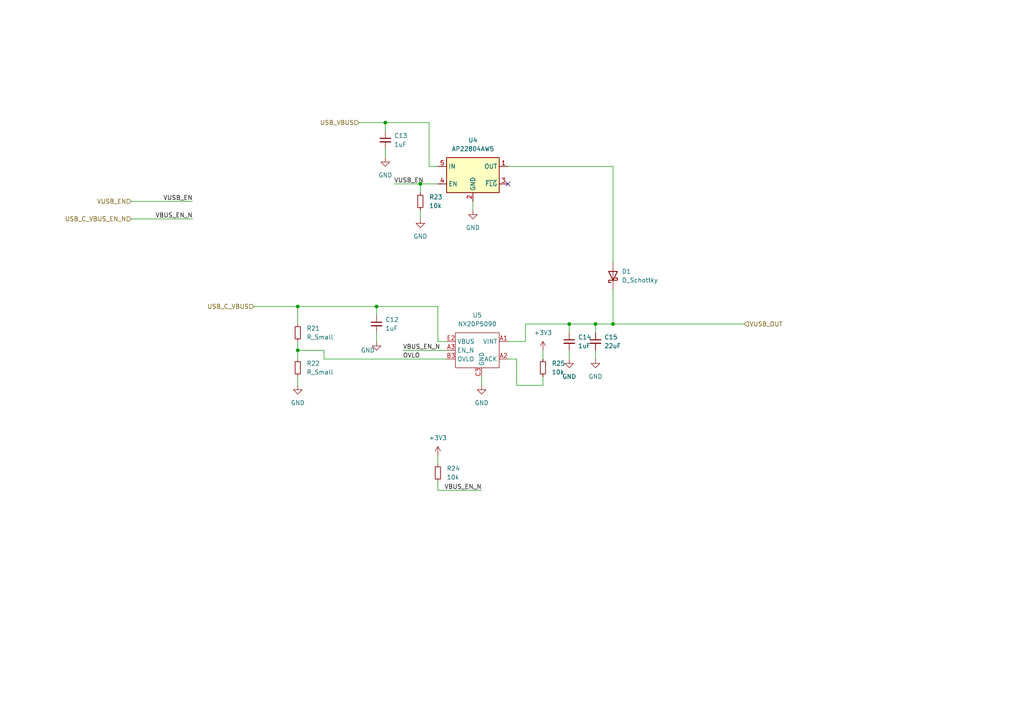
<source format=kicad_sch>
(kicad_sch (version 20210621) (generator eeschema)
  (paper "A4")
  (lib_symbols
    (symbol "Device:C_Small" (pin_numbers hide) (pin_names (offset 0.254) hide)
      (property "Reference" "C" (at 0.254 1.778 0))
      (property "Value" "C_Small" (at 0.254 -2.032 0))
      (symbol "C_Small_0_1"
        (polyline (pts (xy -1.524 -0.508) (xy 1.524 -0.508)) (stroke (width 0.3302)))
        (polyline (pts (xy -1.524 0.508) (xy 1.524 0.508)) (stroke (width 0.3048)))
      )
      (symbol "C_Small_1_1"
        (pin passive line (at 0 2.54 270) (length 2.032) (name "~") (number "1"))
        (pin passive line (at 0 -2.54 90) (length 2.032) (name "~") (number "2"))
      )
    )
    (symbol "Device:D_Schottky" (pin_numbers hide) (pin_names (offset 1.016) hide)
      (property "Reference" "D" (at 0 2.54 0))
      (property "Value" "D_Schottky" (at 0 -2.54 0))
      (symbol "D_Schottky_0_1"
        (polyline (pts (xy 1.27 0) (xy -1.27 0)))
        (polyline (pts (xy 1.27 1.27) (xy 1.27 -1.27) (xy -1.27 0) (xy 1.27 1.27)) (stroke (width 0.254)))
        (polyline (pts (xy -1.905 0.635) (xy -1.905 1.27) (xy -1.27 1.27) (xy -1.27 -1.27) (xy -0.635 -1.27) (xy -0.635 -0.635)) (stroke (width 0.254)))
      )
      (symbol "D_Schottky_1_1"
        (pin passive line (at -3.81 0 0) (length 2.54) (name "K") (number "1"))
        (pin passive line (at 3.81 0 180) (length 2.54) (name "A") (number "2"))
      )
    )
    (symbol "Device:R_Small" (pin_numbers hide) (pin_names (offset 0.254) hide)
      (property "Reference" "R" (at 0.762 0.508 0))
      (property "Value" "R_Small" (at 0.762 -1.016 0))
      (symbol "R_Small_0_1"
        (rectangle (start -0.762 1.778) (end 0.762 -1.778) (stroke (width 0.2032)))
      )
      (symbol "R_Small_1_1"
        (pin passive line (at 0 2.54 270) (length 0.762) (name "~") (number "1"))
        (pin passive line (at 0 -2.54 90) (length 0.762) (name "~") (number "2"))
      )
    )
    (symbol "Power_Management:AP22804AW5"
      (property "Reference" "U" (at -7.62 -6.35 0))
      (property "Value" "AP22804AW5" (at -7.62 6.35 0))
      (symbol "AP22804AW5_0_1"
        (rectangle (start -7.62 5.08) (end 7.62 -5.08) (stroke (width 0.254)) (fill (type background)))
      )
      (symbol "AP22804AW5_1_1"
        (pin power_out line (at 10.16 2.54 180) (length 2.54) (name "OUT") (number "1"))
        (pin power_in line (at 0 -7.62 90) (length 2.54) (name "GND") (number "2"))
        (pin open_collector line (at 10.16 -2.54 180) (length 2.54) (name "~{FLG}") (number "3"))
        (pin input line (at -10.16 -2.54 0) (length 2.54) (name "EN") (number "4"))
        (pin power_in line (at -10.16 2.54 0) (length 2.54) (name "IN") (number "5"))
      )
    )
    (symbol "power:+3V3" (power) (pin_names (offset 0))
      (property "Value" "+3V3" (at 0 3.556 0))
      (symbol "+3V3_0_1"
        (polyline (pts (xy -0.762 1.27) (xy 0 2.54)))
        (polyline (pts (xy 0 0) (xy 0 2.54)))
        (polyline (pts (xy 0 2.54) (xy 0.762 1.27)))
      )
      (symbol "+3V3_1_1"
        (pin power_in line (at 0 0 90) (length 0) hide (name "+3V3") (number "1"))
      )
    )
    (symbol "power:GND" (power) (pin_names (offset 0))
      (property "Value" "GND" (at 0 -3.81 0))
      (symbol "GND_0_1"
        (polyline (pts (xy 0 0) (xy 0 -1.27) (xy 1.27 -1.27) (xy 0 -2.54) (xy -1.27 -1.27) (xy 0 -1.27)))
      )
      (symbol "GND_1_1"
        (pin power_in line (at 0 0 270) (length 0) hide (name "GND") (number "1"))
      )
    )
    (symbol "quesadillon:NX20P5090"
      (property "Reference" "U5" (at -1.27 10.16 0))
      (property "Value" "NX20P5090" (at -1.27 7.62 0))
      (symbol "NX20P5090_0_0"
        (pin power_out line (at 7.62 2.54 180) (length 2.54) (name "VINT") (number "A1"))
        (pin output line (at 7.62 -2.54 180) (length 2.54) (name "ACK") (number "A2"))
        (pin input line (at -10.16 0 0) (length 2.54) (name "EN_N") (number "A3"))
        (pin passive line (at 7.62 2.54 180) (length 2.54) hide (name "VINT") (number "B1"))
        (pin power_in line (at -10.16 2.54 0) (length 2.54) hide (name "VBUS") (number "B2"))
        (pin input line (at -10.16 -2.54 0) (length 2.54) (name "OVLO") (number "B3"))
        (pin passive line (at 7.62 2.54 180) (length 2.54) hide (name "VINT") (number "C1"))
        (pin passive line (at -10.16 2.54 0) (length 2.54) hide (name "VBUS") (number "C2"))
        (pin power_in line (at 0 -7.62 90) (length 2.54) (name "GND") (number "C3"))
        (pin passive line (at 7.62 2.54 180) (length 2.54) hide (name "VINT") (number "D1"))
        (pin passive line (at -10.16 2.54 0) (length 2.54) hide (name "VBUS") (number "D2"))
        (pin power_in line (at 0 -7.62 90) (length 2.54) hide (name "GND") (number "D3"))
        (pin passive line (at -10.16 2.54 0) (length 2.54) hide (name "VBUS") (number "E1"))
        (pin passive line (at -10.16 2.54 0) (length 2.54) (name "VBUS") (number "E2"))
        (pin power_in line (at 0 -7.62 90) (length 2.54) hide (name "GND") (number "E3"))
      )
      (symbol "NX20P5090_0_1"
        (rectangle (start -7.62 5.08) (end 5.08 -5.08) (stroke (width 0.1524)))
      )
    )
  )
  (junction (at 111.76 35.56))
  (junction (at 86.36 101.6))
  (junction (at 172.72 93.98))
  (junction (at 109.22 88.9))
  (junction (at 121.92 53.34))
  (junction (at 177.8 93.98))
  (junction (at 86.36 88.9))
  (junction (at 165.1 93.98))
  (no_connect (at 147.32 53.34))
  (wire (pts (xy 121.92 53.34) (xy 121.92 55.88)))
  (wire (pts (xy 149.86 111.76) (xy 157.48 111.76)))
  (wire (pts (xy 172.72 101.6) (xy 172.72 104.14)))
  (wire (pts (xy 127 88.9) (xy 127 99.06)))
  (wire (pts (xy 165.1 93.98) (xy 152.4 93.98)))
  (wire (pts (xy 109.22 88.9) (xy 127 88.9)))
  (wire (pts (xy 172.72 93.98) (xy 172.72 96.52)))
  (wire (pts (xy 165.1 93.98) (xy 165.1 96.52)))
  (wire (pts (xy 86.36 101.6) (xy 93.98 101.6)))
  (wire (pts (xy 139.7 109.22) (xy 139.7 111.76)))
  (wire (pts (xy 109.22 88.9) (xy 109.22 91.44)))
  (wire (pts (xy 121.92 60.96) (xy 121.92 63.5)))
  (wire (pts (xy 177.8 93.98) (xy 172.72 93.98)))
  (wire (pts (xy 73.66 88.9) (xy 86.36 88.9)))
  (wire (pts (xy 86.36 88.9) (xy 109.22 88.9)))
  (wire (pts (xy 127 132.08) (xy 127 134.62)))
  (wire (pts (xy 177.8 48.26) (xy 177.8 76.2)))
  (wire (pts (xy 111.76 43.18) (xy 111.76 45.72)))
  (wire (pts (xy 86.36 99.06) (xy 86.36 101.6)))
  (wire (pts (xy 109.22 96.52) (xy 109.22 99.06)))
  (wire (pts (xy 38.1 63.5) (xy 55.88 63.5)))
  (wire (pts (xy 116.84 101.6) (xy 129.54 101.6)))
  (wire (pts (xy 86.36 109.22) (xy 86.36 111.76)))
  (wire (pts (xy 152.4 93.98) (xy 152.4 99.06)))
  (wire (pts (xy 127 99.06) (xy 129.54 99.06)))
  (wire (pts (xy 127 142.24) (xy 139.7 142.24)))
  (wire (pts (xy 177.8 83.82) (xy 177.8 93.98)))
  (wire (pts (xy 121.92 53.34) (xy 127 53.34)))
  (wire (pts (xy 124.46 48.26) (xy 127 48.26)))
  (wire (pts (xy 86.36 101.6) (xy 86.36 104.14)))
  (wire (pts (xy 157.48 111.76) (xy 157.48 109.22)))
  (wire (pts (xy 147.32 104.14) (xy 149.86 104.14)))
  (wire (pts (xy 147.32 48.26) (xy 177.8 48.26)))
  (wire (pts (xy 172.72 93.98) (xy 165.1 93.98)))
  (wire (pts (xy 137.16 58.42) (xy 137.16 60.96)))
  (wire (pts (xy 111.76 35.56) (xy 124.46 35.56)))
  (wire (pts (xy 93.98 101.6) (xy 93.98 104.14)))
  (wire (pts (xy 165.1 101.6) (xy 165.1 104.14)))
  (wire (pts (xy 177.8 93.98) (xy 215.9 93.98)))
  (wire (pts (xy 157.48 101.6) (xy 157.48 104.14)))
  (wire (pts (xy 38.1 58.42) (xy 55.88 58.42)))
  (wire (pts (xy 127 142.24) (xy 127 139.7)))
  (wire (pts (xy 149.86 104.14) (xy 149.86 111.76)))
  (wire (pts (xy 104.14 35.56) (xy 111.76 35.56)))
  (wire (pts (xy 86.36 88.9) (xy 86.36 93.98)))
  (wire (pts (xy 147.32 99.06) (xy 152.4 99.06)))
  (wire (pts (xy 93.98 104.14) (xy 129.54 104.14)))
  (wire (pts (xy 111.76 35.56) (xy 111.76 38.1)))
  (wire (pts (xy 124.46 35.56) (xy 124.46 48.26)))
  (wire (pts (xy 114.3 53.34) (xy 121.92 53.34)))
  (label "VBUS_EN_N" (at 116.84 101.6 0))
  (label "VBUS_EN_N" (at 55.88 63.5 180))
  (label "VUSB_EN" (at 55.88 58.42 180))
  (label "VBUS_EN_N" (at 139.7 142.24 180))
  (label "VUSB_EN" (at 114.3 53.34 0))
  (label "OVLO" (at 116.84 104.14 0))
  (hierarchical_label "USB_C_VBUS_EN_N" (shape input) (at 38.1 63.5 180))
  (hierarchical_label "USB_VBUS" (shape input) (at 104.14 35.56 180))
  (hierarchical_label "VUSB_OUT" (shape input) (at 215.9 93.98 0))
  (hierarchical_label "USB_C_VBUS" (shape input) (at 73.66 88.9 180))
  (hierarchical_label "VUSB_EN" (shape input) (at 38.1 58.42 180))
  (symbol (lib_id "power:GND") (at 86.36 111.76 0) (unit 1)
    (property "Reference" "#PWR051" (effects hide))
    (property "Value" "GND" (at 86.36 116.84 0))
  )
  (symbol (lib_id "Power_Management:AP22804AW5") (at 137.16 50.8 0) (unit 1)
    (property "Reference" "U4" (at 137.16 40.64 0))
    (property "Value" "AP22804AW5" (at 137.16 43.18 0))
    (property "Footprint" "Package_TO_SOT_SMD:SOT-23-5" (effects hide))
    (property "Datasheet" "https://www.diodes.com/assets/Datasheets/AP22804_14.pdf" (effects hide))
  )
  (symbol (lib_id "Device:C_Small") (at 109.22 93.98 0) (unit 1)
    (property "Reference" "C12" (at 111.76 92.7099 0) (effects (justify left)))
    (property "Value" "1uF" (at 111.76 95.2499 0) (effects (justify left)))
  )
  (symbol (lib_id "Device:R_Small") (at 86.36 106.68 0) (unit 1)
    (property "Reference" "R22" (at 88.9 105.4099 0) (effects (justify left)))
    (property "Value" "R_Small" (at 88.9 107.9499 0) (effects (justify left)))
  )
  (symbol (lib_id "power:GND") (at 165.1 104.14 0) (unit 1)
    (property "Reference" "#PWR059" (effects hide))
    (property "Value" "GND" (at 165.1 109.22 0))
  )
  (symbol (lib_id "Device:C_Small") (at 165.1 99.06 0) (unit 1)
    (property "Reference" "C14" (at 167.64 97.7899 0) (effects (justify left)))
    (property "Value" "1uF" (at 167.64 100.3299 0) (effects (justify left)))
  )
  (symbol (lib_id "Device:R_Small") (at 121.92 58.42 0) (unit 1)
    (property "Reference" "R23" (at 124.46 57.1499 0) (effects (justify left)))
    (property "Value" "10k" (at 124.46 59.6899 0) (effects (justify left)))
  )
  (symbol (lib_id "power:GND") (at 111.76 45.72 0) (unit 1)
    (property "Reference" "#PWR053" (effects hide))
    (property "Value" "GND" (at 111.76 50.8 0))
  )
  (symbol (lib_id "power:GND") (at 172.72 104.14 0) (unit 1)
    (property "Reference" "#PWR060" (effects hide))
    (property "Value" "GND" (at 172.72 109.22 0))
  )
  (symbol (lib_id "power:GND") (at 137.16 60.96 0) (unit 1)
    (property "Reference" "#PWR056" (effects hide))
    (property "Value" "GND" (at 137.16 66.04 0))
  )
  (symbol (lib_id "power:+3V3") (at 157.48 101.6 0) (unit 1)
    (property "Reference" "#PWR058" (effects hide))
    (property "Value" "+3V3" (at 157.48 96.52 0))
  )
  (symbol (lib_id "power:GND") (at 121.92 63.5 0) (unit 1)
    (property "Reference" "#PWR054" (effects hide))
    (property "Value" "GND" (at 121.92 68.58 0))
  )
  (symbol (lib_id "Device:C_Small") (at 111.76 40.64 0) (unit 1)
    (property "Reference" "C13" (at 114.3 39.3699 0) (effects (justify left)))
    (property "Value" "1uF" (at 114.3 41.9099 0) (effects (justify left)))
  )
  (symbol (lib_id "quesadillon:NX20P5090") (at 139.7 101.6 0) (unit 1)
    (property "Reference" "U5" (at 138.43 91.44 0))
    (property "Value" "NX20P5090" (at 138.43 93.98 0))
  )
  (symbol (lib_id "Device:R_Small") (at 127 137.16 0) (unit 1)
    (property "Reference" "R24" (at 129.54 135.8899 0) (effects (justify left)))
    (property "Value" "10k" (at 129.54 138.4299 0) (effects (justify left)))
  )
  (symbol (lib_id "Device:R_Small") (at 86.36 96.52 0) (unit 1)
    (property "Reference" "R21" (at 88.9 95.2499 0) (effects (justify left)))
    (property "Value" "R_Small" (at 88.9 97.7899 0) (effects (justify left)))
  )
  (symbol (lib_id "power:GND") (at 139.7 111.76 0) (unit 1)
    (property "Reference" "#PWR057" (effects hide))
    (property "Value" "GND" (at 139.7 116.84 0))
  )
  (symbol (lib_id "Device:D_Schottky") (at 177.8 80.01 90) (unit 1)
    (property "Reference" "D1" (at 180.34 78.7399 90) (effects (justify right)))
    (property "Value" "D_Schottky" (at 180.34 81.2799 90) (effects (justify right)))
  )
  (symbol (lib_id "Device:C_Small") (at 172.72 99.06 0) (unit 1)
    (property "Reference" "C15" (at 175.26 97.7899 0) (effects (justify left)))
    (property "Value" "22uF" (at 175.26 100.3299 0) (effects (justify left)))
  )
  (symbol (lib_id "Device:R_Small") (at 157.48 106.68 0) (unit 1)
    (property "Reference" "R25" (at 160.02 105.4099 0) (effects (justify left)))
    (property "Value" "10k" (at 160.02 107.9499 0) (effects (justify left)))
  )
  (symbol (lib_id "power:+3V3") (at 127 132.08 0) (unit 1)
    (property "Reference" "#PWR055" (effects hide))
    (property "Value" "+3V3" (at 127 127 0))
  )
  (symbol (lib_id "power:GND") (at 109.22 99.06 0) (unit 1)
    (property "Reference" "#PWR052" (effects hide))
    (property "Value" "GND" (at 106.68 101.6 0))
  )
)
</source>
